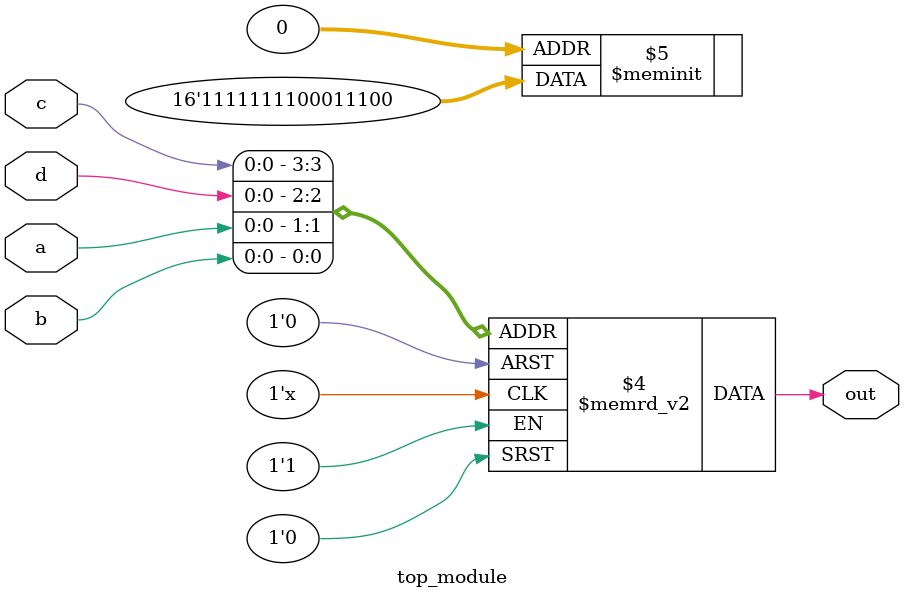
<source format=sv>
module top_module (
	input a, 
	input b,
	input c,
	input d,
	output reg out
);

always @(*) begin
	case ({c,d,a,b})
		4'b0010, 4'b0011, // When cd is 00 and ab is 10 or 11
		4'b0100,          // When cd is 01 and ab is 00
		4'b1000,          // When cd is 10 and ab is 00
		4'b1001, 4'b1010, 4'b1011, // When cd is 10 and ab is 01 or 10 or 11
		4'b1101, 4'b1110, 4'b1111, // When cd is 11 and ab is 10 or 11
		4'b1100: out = 1; // When cd is 11 and ab is 00
		default: out = 0;
	endcase
end

endmodule

</source>
